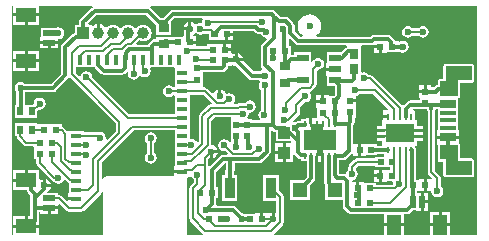
<source format=gtl>
G04*
G04 #@! TF.GenerationSoftware,Altium Limited,Altium Designer,19.0.12 (326)*
G04*
G04 Layer_Physical_Order=1*
G04 Layer_Color=255*
%FSLAX44Y44*%
%MOMM*%
G71*
G01*
G75*
%ADD11C,0.2540*%
%ADD12C,0.2000*%
%ADD16R,0.9000X1.8000*%
%ADD17R,0.6000X0.5000*%
%ADD18R,0.5000X0.6000*%
%ADD19R,0.9000X0.8000*%
%ADD20R,2.7000X1.7000*%
%ADD21R,0.2500X0.5500*%
%ADD22R,0.5000X0.7500*%
%ADD23R,0.6500X0.6500*%
%ADD24R,1.3500X0.4000*%
%ADD25R,1.3500X0.6500*%
%ADD26R,1.2000X1.7000*%
%ADD27R,0.5000X1.0000*%
%ADD28R,1.0000X0.2500*%
%ADD29R,2.4000X1.6500*%
%ADD30R,0.2500X0.6000*%
%ADD31R,0.7000X0.9000*%
%ADD32R,1.0000X0.6000*%
%ADD33R,0.4100X0.9100*%
%ADD34R,0.9100X0.4100*%
%ADD35R,1.0000X1.1000*%
%ADD36R,1.3000X1.3000*%
%ADD37R,1.0000X0.5000*%
%ADD38R,1.7000X1.2000*%
%ADD64C,0.3000*%
%ADD65R,0.5000X0.9793*%
%ADD66R,1.0790X1.0299*%
%ADD67C,0.6000*%
%ADD68C,1.0000*%
%ADD69R,1.0000X1.0000*%
G36*
X71560Y195926D02*
X71017Y195563D01*
X60977Y185523D01*
X60203Y184366D01*
X59931Y183000D01*
Y181000D01*
X56500D01*
Y173977D01*
X55594Y173797D01*
X54436Y173023D01*
X45737Y164323D01*
X44963Y163166D01*
X44691Y161800D01*
Y139633D01*
X36297Y131239D01*
X14070D01*
X14046Y131275D01*
X12392Y132380D01*
X10441Y132768D01*
X8490Y132380D01*
X6837Y131275D01*
X5731Y129621D01*
X5343Y127670D01*
X5731Y125719D01*
X6837Y124065D01*
X6873Y124041D01*
Y113500D01*
X5500D01*
Y102000D01*
X14230D01*
X14500Y102000D01*
X15500D01*
X15770Y102000D01*
X24500D01*
Y108004D01*
X25826Y109330D01*
X26470Y109202D01*
X28421Y109590D01*
X30075Y110695D01*
X31180Y112349D01*
X31568Y114300D01*
X31180Y116251D01*
X30075Y117905D01*
X28421Y119010D01*
X26470Y119398D01*
X24519Y119010D01*
X22865Y117905D01*
X21760Y116251D01*
X21372Y114300D01*
X20236Y113500D01*
X15770D01*
X15500Y113500D01*
X14500D01*
X14010Y113990D01*
Y124041D01*
X14046Y124065D01*
X14070Y124101D01*
X37775D01*
X39141Y124373D01*
X40298Y125147D01*
X50783Y135632D01*
X50986Y135935D01*
X52616Y136098D01*
X90921Y97793D01*
Y90534D01*
X83670Y83282D01*
X83425Y83327D01*
X82436Y84779D01*
X82568Y85440D01*
X82180Y87391D01*
X81075Y89045D01*
X79421Y90150D01*
X77470Y90538D01*
X75519Y90150D01*
X75383Y90059D01*
X64150D01*
Y91050D01*
X54346D01*
X54050Y91109D01*
X53754Y91050D01*
X51050D01*
X51050Y91050D01*
Y91050D01*
X51050Y91050D01*
X49869Y91266D01*
X47173Y93963D01*
X46181Y94626D01*
X45360Y94789D01*
Y96750D01*
X36630D01*
X35360Y96750D01*
X34090Y96750D01*
X25360D01*
X24500Y97664D01*
Y98000D01*
X15770D01*
X15500Y98000D01*
X14500D01*
X14230Y98000D01*
X5500D01*
Y86500D01*
X6945D01*
X7174Y85350D01*
X7837Y84357D01*
X13077Y79117D01*
X13077Y79117D01*
X14070Y78454D01*
X15240Y78221D01*
X15240Y78221D01*
X20772D01*
X21670Y77323D01*
Y76780D01*
X21670Y75510D01*
Y67300D01*
X23611D01*
Y63860D01*
X23611Y63860D01*
X23844Y62690D01*
X24507Y61697D01*
X36867Y49337D01*
X37860Y48674D01*
X38166Y48613D01*
X38645Y47895D01*
X40299Y46790D01*
X42250Y46402D01*
X44201Y46790D01*
X45855Y47895D01*
X46802Y49312D01*
X48190Y49719D01*
X50122Y47787D01*
X51050Y47167D01*
Y38290D01*
X50510D01*
Y34970D01*
X57600D01*
Y32430D01*
X50510D01*
Y32225D01*
X49337Y31739D01*
X44913Y36163D01*
X43921Y36826D01*
X42750Y37059D01*
X41750Y37802D01*
Y38500D01*
X33568D01*
X32889Y39770D01*
X33199Y40234D01*
X34474Y41086D01*
X35699Y42918D01*
X35876Y43810D01*
X30480D01*
Y45080D01*
X29210D01*
Y50476D01*
X28318Y50299D01*
X27560Y49792D01*
X26290Y50471D01*
Y58040D01*
X16520D01*
Y49500D01*
X15250D01*
Y48230D01*
X4210D01*
Y40960D01*
X15549D01*
X15753Y39934D01*
X16527Y38777D01*
X18681Y36622D01*
Y27080D01*
Y19040D01*
X16520D01*
Y11770D01*
X26290D01*
Y19040D01*
X25819D01*
Y22431D01*
X27210D01*
Y20960D01*
X33480D01*
Y26000D01*
X34750D01*
Y27270D01*
X42290D01*
Y28475D01*
X43463Y28961D01*
X48787Y23637D01*
X48787Y23637D01*
X49780Y22974D01*
X50950Y22741D01*
X50950Y22741D01*
X61690D01*
X61690Y22741D01*
X62861Y22974D01*
X63853Y23637D01*
X78203Y37987D01*
X78203Y37987D01*
X78866Y38979D01*
X79026Y39785D01*
X80296Y39659D01*
Y2804D01*
X26290D01*
Y9230D01*
X15250D01*
X4210D01*
Y2804D01*
X2804D01*
Y197196D01*
X4210D01*
Y190770D01*
X15250D01*
X26290D01*
Y197196D01*
X71174D01*
X71560Y195926D01*
D02*
G37*
G36*
X125129Y181084D02*
Y172450D01*
X138129D01*
Y183842D01*
X140653Y186367D01*
X163879D01*
X164478Y185247D01*
X164180Y184801D01*
X163792Y182850D01*
X163628Y182686D01*
X162560Y182898D01*
X160609Y182510D01*
X159381Y181690D01*
X157794Y181779D01*
X157784Y181794D01*
X155952Y183019D01*
X155060Y183196D01*
Y177800D01*
X153790D01*
Y176530D01*
X148394D01*
X148571Y175638D01*
X148831Y175249D01*
Y171410D01*
X148050D01*
Y170870D01*
X138590D01*
Y170870D01*
X138129Y170450D01*
X134725D01*
X134129Y170569D01*
X132259D01*
X131663Y170450D01*
X125129D01*
Y168568D01*
X123300D01*
X121934Y168297D01*
X120777Y167523D01*
X118977Y165723D01*
X118203Y164566D01*
X118104Y164069D01*
X108967D01*
X108481Y165242D01*
X111021Y167782D01*
X112473Y167180D01*
X114300Y166940D01*
X116127Y167180D01*
X117830Y167885D01*
X119292Y169007D01*
X120414Y170470D01*
X121120Y172173D01*
X121360Y174000D01*
X121120Y175827D01*
X120414Y177530D01*
X119292Y178992D01*
X117830Y180114D01*
X116127Y180820D01*
X114300Y181060D01*
X112473Y180820D01*
X110770Y180114D01*
X109308Y178992D01*
X108737Y178249D01*
X107163D01*
X106592Y178992D01*
X105130Y180114D01*
X103427Y180820D01*
X101600Y181060D01*
X99773Y180820D01*
X98070Y180114D01*
X96608Y178992D01*
X96037Y178249D01*
X94463D01*
X93892Y178992D01*
X92430Y180114D01*
X90727Y180820D01*
X88900Y181060D01*
X87073Y180820D01*
X85370Y180114D01*
X83908Y178992D01*
X83691Y178710D01*
X82090D01*
X81578Y179377D01*
X80002Y180586D01*
X78168Y181346D01*
X77470Y181438D01*
Y174000D01*
X74930D01*
Y181438D01*
X74232Y181346D01*
X72397Y180586D01*
X71770Y180105D01*
X70500Y180731D01*
Y181000D01*
X68343D01*
X67817Y182270D01*
X75018Y189471D01*
X116742D01*
X125129Y181084D01*
D02*
G37*
G36*
X209269Y174412D02*
X210427Y173638D01*
X211792Y173367D01*
X213719D01*
X213730Y173309D01*
X214835Y171655D01*
X216489Y170550D01*
X218238Y170202D01*
X218887Y169055D01*
X214791Y164959D01*
X214018Y163801D01*
X213746Y162436D01*
Y146970D01*
X214018Y145604D01*
X214791Y144446D01*
X214919Y144319D01*
X214584Y142857D01*
X213176Y141916D01*
X212892Y141491D01*
X207656D01*
X198747Y150400D01*
X193100D01*
Y151670D01*
X191830D01*
Y157066D01*
X190938Y156889D01*
X189910Y156201D01*
X188640Y156880D01*
Y158750D01*
X183100D01*
Y160020D01*
X181830D01*
Y165060D01*
X177560D01*
Y164520D01*
X168100D01*
Y163079D01*
X159130D01*
Y165100D01*
X153590D01*
Y167640D01*
X159130D01*
Y171410D01*
X156957D01*
X156762Y171616D01*
X156932Y173236D01*
X157784Y173806D01*
X157794Y173821D01*
X159381Y173910D01*
X160609Y173090D01*
X162560Y172702D01*
X164511Y173090D01*
X165256Y173588D01*
X169741D01*
Y171450D01*
X169960Y170350D01*
Y168420D01*
X172655D01*
X172800Y168391D01*
X172945Y168420D01*
X179420D01*
Y167880D01*
X183690D01*
Y172920D01*
X184960D01*
Y174190D01*
X190500D01*
Y175367D01*
X208314D01*
X209269Y174412D01*
D02*
G37*
G36*
X397196Y2804D02*
X374290D01*
Y10260D01*
X357210D01*
Y2804D01*
X335290D01*
Y10260D01*
X318210D01*
Y2804D01*
X225039D01*
X224653Y4074D01*
X224823Y4187D01*
X232251Y11615D01*
X232251Y11615D01*
X232914Y12607D01*
X233147Y13778D01*
X233147Y13778D01*
Y35342D01*
X233147Y35342D01*
X232914Y36513D01*
X232251Y37505D01*
X232251Y37505D01*
X228750Y41006D01*
Y54180D01*
X215750D01*
Y32180D01*
X227029D01*
Y22509D01*
X225759Y21716D01*
X225358Y21796D01*
Y16400D01*
X222818D01*
Y21796D01*
X221926Y21618D01*
X221360Y21240D01*
X220090Y21440D01*
Y21440D01*
X220090Y21440D01*
X215820D01*
Y16400D01*
X213280D01*
Y21440D01*
X209010D01*
Y20900D01*
X200550D01*
X200071Y21220D01*
X198120Y21608D01*
X198077Y21599D01*
X192823Y26853D01*
X191666Y27627D01*
X190300Y27899D01*
X176929D01*
X175886Y29169D01*
X175919Y29330D01*
Y34500D01*
X177260D01*
Y43500D01*
X175829D01*
Y56512D01*
X183048Y63731D01*
X184391D01*
Y60850D01*
X184419Y60712D01*
Y59663D01*
X183953Y58966D01*
X183681Y57600D01*
Y54180D01*
X180750D01*
Y32180D01*
X193750D01*
Y54180D01*
X190819D01*
Y56275D01*
X191284Y56972D01*
X191556Y58337D01*
Y60823D01*
X191529Y60960D01*
Y63731D01*
X212416D01*
X213782Y64003D01*
X214940Y64777D01*
X221113Y70950D01*
X221887Y72108D01*
X222159Y73474D01*
Y91063D01*
X223332Y91549D01*
X223815Y91067D01*
X224972Y90293D01*
X226338Y90021D01*
X226680D01*
Y82280D01*
X239107D01*
X239234Y82090D01*
X238556Y80820D01*
X234950D01*
Y72780D01*
Y64740D01*
X241220D01*
Y70436D01*
X242490Y70821D01*
X242587Y70677D01*
X245015Y68248D01*
X246173Y67475D01*
X247538Y67203D01*
X247940D01*
Y65309D01*
X252621D01*
Y52538D01*
X250083Y49999D01*
X238129D01*
Y32999D01*
X255129D01*
Y44953D01*
X258713Y48537D01*
X259487Y49694D01*
X259759Y51060D01*
Y64769D01*
X259920D01*
Y70059D01*
X262460D01*
Y64769D01*
X264920D01*
Y70059D01*
X267460D01*
Y64769D01*
X267621D01*
Y46920D01*
X267893Y45554D01*
X268111Y45229D01*
Y32999D01*
X283372D01*
Y27560D01*
X283644Y26194D01*
X284418Y25036D01*
X287847Y21607D01*
X289005Y20833D01*
X290371Y20561D01*
X318210D01*
Y12800D01*
X335290D01*
Y20561D01*
X337910D01*
X339276Y20833D01*
X340433Y21607D01*
X342857Y24030D01*
X345210D01*
Y23490D01*
X348980D01*
Y31030D01*
Y38570D01*
X346184D01*
Y39927D01*
X347440Y39959D01*
Y39959D01*
X351710D01*
Y44999D01*
Y50039D01*
X347440D01*
Y49499D01*
X345129D01*
Y75050D01*
X344857Y76416D01*
X344560Y76860D01*
Y78510D01*
X345850D01*
Y83010D01*
X350850D01*
Y85530D01*
X343310D01*
Y88070D01*
X350850D01*
Y90530D01*
X343310D01*
Y93070D01*
X350850D01*
Y95590D01*
X345850D01*
Y100090D01*
X344560D01*
Y108300D01*
X343062D01*
X342383Y109570D01*
X342552Y109821D01*
X348560D01*
Y109380D01*
X354600D01*
X354843Y108160D01*
X355081Y107803D01*
Y56140D01*
X355081Y56140D01*
X355314Y54970D01*
X355977Y53977D01*
X358733Y51221D01*
X358119Y50039D01*
X354250D01*
Y44999D01*
Y39959D01*
X358130D01*
X358510Y38049D01*
X359615Y36395D01*
X361269Y35290D01*
X363220Y34901D01*
X365171Y35290D01*
X366825Y36395D01*
X367930Y38049D01*
X368318Y39999D01*
X367930Y41950D01*
X366825Y43604D01*
X366279Y43969D01*
Y51060D01*
X366279Y51060D01*
X366046Y52231D01*
X365383Y53223D01*
X365383Y53223D01*
X361199Y57407D01*
Y107803D01*
X361437Y108160D01*
X361709Y109525D01*
Y109821D01*
X363360D01*
Y102500D01*
Y91540D01*
X362820D01*
Y87020D01*
X372110D01*
X381400D01*
Y91540D01*
X380860D01*
Y102500D01*
Y109000D01*
Y118991D01*
X381490Y119116D01*
X382152Y119558D01*
X382594Y120220D01*
X382749Y121000D01*
Y132061D01*
X392210D01*
X392990Y132216D01*
X393652Y132658D01*
X394094Y133320D01*
X394249Y134100D01*
Y146100D01*
X394094Y146880D01*
X393652Y147542D01*
X392990Y147984D01*
X392210Y148139D01*
X370410D01*
X369630Y147984D01*
X368968Y147542D01*
X368526Y146880D01*
X368371Y146100D01*
Y135039D01*
X365410D01*
X364630Y134884D01*
X363968Y134442D01*
X363526Y133780D01*
X363371Y133000D01*
Y129838D01*
X362659Y129697D01*
X361501Y128923D01*
X360527Y127949D01*
X358100D01*
Y129920D01*
X354330D01*
Y124380D01*
X353060D01*
Y123110D01*
X348020D01*
Y118840D01*
X348560D01*
Y116959D01*
X340191D01*
X338826Y116687D01*
X337668Y115913D01*
X334635Y112880D01*
X333025Y113067D01*
X308258Y137833D01*
X307266Y138496D01*
X306096Y138729D01*
X306096Y138729D01*
X304960D01*
X304595Y139275D01*
X302941Y140380D01*
X300990Y140768D01*
X299830Y140537D01*
X298560Y141471D01*
Y148590D01*
X298560Y149860D01*
X298560D01*
Y149860D01*
X298560D01*
Y162860D01*
X299353Y163801D01*
X307570D01*
X308230Y163933D01*
X308552Y163706D01*
X315040D01*
Y162436D01*
X316310D01*
Y157396D01*
X320580D01*
Y157936D01*
X330040D01*
Y157936D01*
X331310Y158173D01*
X331979Y157726D01*
X333930Y157338D01*
X335881Y157726D01*
X337535Y158831D01*
X338640Y160485D01*
X339028Y162436D01*
X338640Y164387D01*
X337535Y166041D01*
X335881Y167146D01*
X333930Y167534D01*
X331979Y167146D01*
X331310Y166699D01*
X330040Y166936D01*
Y166936D01*
X327372D01*
X327147Y168066D01*
X326373Y169223D01*
X323873Y171723D01*
X322716Y172497D01*
X321350Y172768D01*
X309400D01*
X308035Y172497D01*
X306877Y171723D01*
X306092Y170938D01*
X261293D01*
X260862Y172208D01*
X261954Y173046D01*
X263517Y175083D01*
X264499Y177455D01*
X264834Y180000D01*
X264499Y182545D01*
X263517Y184917D01*
X261954Y186954D01*
X259917Y188517D01*
X257545Y189499D01*
X255000Y189834D01*
X252455Y189499D01*
X250083Y188517D01*
X248046Y186954D01*
X246483Y184917D01*
X245501Y182545D01*
X245166Y180000D01*
X245501Y177455D01*
X246483Y175083D01*
X248046Y173046D01*
X249138Y172208D01*
X248707Y170938D01*
X247008D01*
X242357Y175590D01*
Y180128D01*
X242085Y181493D01*
X241311Y182651D01*
X237504Y186459D01*
X236346Y187232D01*
X234980Y187504D01*
X230443D01*
X225488Y192459D01*
X224330Y193232D01*
X222965Y193504D01*
X139175D01*
X137810Y193232D01*
X136652Y192459D01*
X131262Y187069D01*
X129238D01*
X120743Y195563D01*
X120200Y195926D01*
X120586Y197196D01*
X397196D01*
Y2804D01*
D02*
G37*
G36*
X243007Y164847D02*
X244164Y164073D01*
X245530Y163801D01*
X286233D01*
X287133Y162683D01*
X286940Y161859D01*
X286374Y161747D01*
X285217Y160973D01*
X282253Y158010D01*
X269640D01*
Y149050D01*
X269100D01*
Y144780D01*
X276640D01*
Y142240D01*
X269100D01*
Y137970D01*
X269640D01*
Y129010D01*
X276555D01*
X276621Y128943D01*
Y121858D01*
X275643Y120880D01*
X271730D01*
Y121420D01*
X267460D01*
Y116380D01*
X266190D01*
Y115110D01*
X260650D01*
Y111340D01*
X260650D01*
X261190Y110499D01*
Y101949D01*
X257460D01*
Y96659D01*
X254920D01*
Y101949D01*
X252400D01*
Y101409D01*
X247940D01*
Y99406D01*
X245449D01*
X244083Y99134D01*
X243221Y98558D01*
X242570Y98688D01*
X241373Y98450D01*
X240747Y99620D01*
X246003Y104876D01*
X246666Y105868D01*
X246899Y107039D01*
X246899Y107039D01*
Y111763D01*
X250816Y115680D01*
X251460Y115552D01*
X253411Y115940D01*
X255065Y117045D01*
X256170Y118699D01*
X256558Y120650D01*
X256170Y122601D01*
X255644Y123387D01*
X256146Y124764D01*
X256212Y124823D01*
X257145Y125447D01*
X260053Y128354D01*
X260053Y128355D01*
X260716Y129347D01*
X260949Y130517D01*
Y142018D01*
X262010Y142938D01*
X262190Y142902D01*
X264141Y143290D01*
X265795Y144395D01*
X266900Y146049D01*
X267288Y148000D01*
X266900Y149951D01*
X265795Y151605D01*
X264141Y152710D01*
X262190Y153098D01*
X260239Y152710D01*
X258585Y151605D01*
X257480Y149951D01*
X257410Y149598D01*
X256140Y149723D01*
Y158010D01*
X242140D01*
Y155199D01*
X239559D01*
X239288Y155421D01*
Y163459D01*
X237256D01*
Y168937D01*
X238430Y169424D01*
X243007Y164847D01*
D02*
G37*
G36*
X140850Y144450D02*
Y136350D01*
Y128743D01*
X139580Y128357D01*
X139495Y128485D01*
X137841Y129590D01*
X135890Y129978D01*
X133939Y129590D01*
X132285Y128485D01*
X131180Y126831D01*
X130792Y124880D01*
X131180Y122929D01*
X132285Y121275D01*
X133939Y120170D01*
X135890Y119782D01*
X137841Y120170D01*
X139495Y121275D01*
X139580Y121403D01*
X140850Y121050D01*
Y113450D01*
Y105089D01*
X102277D01*
X71065Y136301D01*
X71138Y136670D01*
X70750Y138621D01*
X69645Y140275D01*
X67991Y141380D01*
X66040Y141768D01*
X64089Y141380D01*
X62435Y140275D01*
X61330Y138621D01*
X61199Y137963D01*
X59821Y137545D01*
X57109Y140257D01*
Y144850D01*
X73241D01*
X73277Y144797D01*
X78357Y139717D01*
X79514Y138943D01*
X80880Y138671D01*
X96250D01*
X97616Y138943D01*
X98774Y139717D01*
X100290Y141233D01*
X101460Y140607D01*
X101242Y139509D01*
X101630Y137559D01*
X102735Y135905D01*
X104389Y134800D01*
X106340Y134411D01*
X108291Y134800D01*
X109945Y135905D01*
X110862Y137277D01*
X111213Y137574D01*
X112369Y137682D01*
X113449Y136960D01*
X115400Y136572D01*
X117351Y136960D01*
X119005Y138065D01*
X120110Y139719D01*
X120498Y141670D01*
X120118Y143580D01*
X120087Y143807D01*
X120783Y144850D01*
X139746D01*
X140850Y144450D01*
D02*
G37*
G36*
X392210Y134100D02*
X380710D01*
Y121000D01*
X365410D01*
Y133000D01*
X370410D01*
Y146100D01*
X392210D01*
Y134100D01*
D02*
G37*
G36*
X172027Y114882D02*
X171541Y113709D01*
X171411D01*
X171411Y113709D01*
X170241Y113476D01*
X169248Y112813D01*
X162097Y105662D01*
X161434Y104669D01*
X161201Y103499D01*
X161201Y103499D01*
Y82431D01*
X160604Y81969D01*
X159051Y82247D01*
X158545Y83005D01*
X156891Y84110D01*
X154940Y84498D01*
X154932Y84496D01*
X153950Y85302D01*
Y90650D01*
Y98250D01*
Y105850D01*
Y113450D01*
Y121821D01*
X165088D01*
X172027Y114882D01*
D02*
G37*
G36*
X190938Y146451D02*
X193015Y146038D01*
X203655Y135399D01*
X204812Y134625D01*
X206178Y134353D01*
X212076D01*
X213121Y133178D01*
X213069Y132472D01*
X212460Y131560D01*
X212072Y129609D01*
X212460Y127659D01*
X213565Y126005D01*
X214111Y125640D01*
Y108849D01*
X212995Y108104D01*
X211890Y106450D01*
X211502Y104499D01*
X211890Y102548D01*
X212738Y101279D01*
X212208Y100009D01*
X206350D01*
Y101440D01*
X202978D01*
X202299Y102710D01*
X203013Y103778D01*
X203401Y105729D01*
X203379Y105842D01*
X204153Y106617D01*
X204501Y106708D01*
X206421Y107090D01*
X208075Y108195D01*
X209180Y109849D01*
X209568Y111800D01*
X209180Y113751D01*
X208075Y115405D01*
X206421Y116510D01*
X204470Y116898D01*
X202519Y116510D01*
X200865Y115405D01*
X200500Y114859D01*
X195889D01*
X195889Y114859D01*
X194718Y114626D01*
X193726Y113963D01*
X193472Y113709D01*
X191625D01*
X191021Y114979D01*
X191810Y116159D01*
X192198Y118110D01*
X191810Y120061D01*
X190705Y121715D01*
X189051Y122820D01*
X187100Y123208D01*
X185149Y122820D01*
X183845Y123476D01*
X183064Y124644D01*
X181232Y125869D01*
X180340Y126046D01*
Y120650D01*
X177800D01*
Y126046D01*
X176908Y125869D01*
X175076Y124644D01*
X174129Y123227D01*
X172671Y122890D01*
X168518Y127043D01*
X167525Y127706D01*
X166355Y127939D01*
X166355Y127939D01*
X164800D01*
X164560Y129109D01*
X164560D01*
Y138569D01*
X165100D01*
Y140741D01*
X181203D01*
X182568Y141012D01*
X183726Y141786D01*
X185174Y143234D01*
X185947Y144392D01*
X186219Y145757D01*
Y145960D01*
X188640D01*
Y146460D01*
X189910Y147139D01*
X190938Y146451D01*
D02*
G37*
G36*
X188540Y101440D02*
X188540D01*
Y91440D01*
X188540D01*
Y91440D01*
X188540D01*
Y81935D01*
X187270Y81549D01*
X186565Y82605D01*
X184911Y83710D01*
X182960Y84098D01*
X181009Y83710D01*
X179355Y82605D01*
X178250Y80951D01*
X177862Y79000D01*
X178250Y77049D01*
X179355Y75395D01*
X181009Y74290D01*
X182960Y73902D01*
X183604Y74030D01*
X185592Y72042D01*
X185106Y70869D01*
X181570D01*
X180204Y70597D01*
X179047Y69823D01*
X170459Y61235D01*
X169189Y61761D01*
Y67349D01*
X170174Y68335D01*
X170530Y68264D01*
Y73660D01*
X171800D01*
Y74930D01*
X177196D01*
X177019Y75822D01*
X175794Y77654D01*
X173962Y78879D01*
X171859Y79297D01*
Y99692D01*
X174837Y102670D01*
X188444D01*
X188540Y101440D01*
D02*
G37*
G36*
X321718Y110013D02*
X321232Y108840D01*
X317520D01*
Y104570D01*
X321310D01*
Y102030D01*
X317520D01*
Y100090D01*
X316770D01*
Y95590D01*
X311770D01*
Y93070D01*
X319310D01*
Y90530D01*
X311770D01*
Y88070D01*
X319310D01*
Y85530D01*
X311770D01*
Y83010D01*
X316770D01*
Y78699D01*
X312441D01*
Y79800D01*
X302981D01*
Y80340D01*
X298711D01*
Y75300D01*
Y70260D01*
X302981D01*
Y70800D01*
X312441D01*
Y71562D01*
X318060D01*
Y70300D01*
X317481Y69270D01*
X310210D01*
Y67829D01*
X295052D01*
X295052Y67829D01*
X293881Y67596D01*
X292889Y66933D01*
X288667Y62711D01*
X288004Y61719D01*
X287771Y60548D01*
X287771Y60548D01*
Y58580D01*
X287225Y58215D01*
X286120Y56561D01*
X285950Y55707D01*
X284894Y55002D01*
X284560Y55068D01*
X279999D01*
X279968Y55099D01*
Y66281D01*
X283564D01*
X284929Y66553D01*
X286087Y67327D01*
X290631Y71871D01*
X290946Y71845D01*
X291901Y71449D01*
Y70260D01*
X296171D01*
Y75300D01*
Y80340D01*
X291901D01*
X291750Y81547D01*
Y95520D01*
X292083Y95854D01*
X292857Y97011D01*
X293129Y98377D01*
Y101760D01*
X294060D01*
Y111220D01*
X294600D01*
Y115490D01*
X289560D01*
Y118030D01*
X294600D01*
Y120877D01*
X295321Y121020D01*
X296975Y122125D01*
X297340Y122671D01*
X309060D01*
X321718Y110013D01*
D02*
G37*
G36*
X310210Y60270D02*
X318940D01*
X320210Y60270D01*
Y60270D01*
X320210D01*
Y60270D01*
X323082D01*
Y57840D01*
X320580D01*
Y58380D01*
X316310D01*
Y53340D01*
Y48300D01*
X320580D01*
Y48840D01*
X325106D01*
X326091Y47570D01*
X325882Y46520D01*
X324779Y45558D01*
X310990D01*
Y46999D01*
X301530D01*
Y47539D01*
X297260D01*
Y42499D01*
X294720D01*
Y47539D01*
X291420D01*
X291091Y48080D01*
X291539Y49611D01*
X291692Y49683D01*
X292781Y49900D01*
X294435Y51005D01*
X295540Y52659D01*
X295928Y54610D01*
X295540Y56561D01*
X294435Y58215D01*
X294414Y58229D01*
X294302Y59694D01*
X296319Y61711D01*
X310210D01*
Y60270D01*
D02*
G37*
G36*
X140850Y82950D02*
Y75350D01*
Y67750D01*
Y61190D01*
X140310D01*
Y57870D01*
X147400D01*
Y55330D01*
X140310D01*
Y52604D01*
X83100D01*
X82027Y52390D01*
X81117Y51783D01*
X80510Y50873D01*
X80369Y50165D01*
X79099Y50290D01*
Y64403D01*
X106337Y91641D01*
X140850D01*
Y82950D01*
D02*
G37*
G36*
X154490Y52010D02*
X155674Y51801D01*
X156525Y50526D01*
X157071Y50161D01*
Y47880D01*
X154097Y44906D01*
X153434Y43913D01*
X153201Y42743D01*
X153201Y42743D01*
Y17000D01*
X153201Y17000D01*
X153434Y15829D01*
X154097Y14837D01*
X164747Y4187D01*
X164747Y4187D01*
X164917Y4074D01*
X164531Y2804D01*
X151534D01*
Y49800D01*
X151347Y50740D01*
X151401Y50992D01*
X152088Y52010D01*
X154490D01*
X154490Y52010D01*
D02*
G37*
%LPC*%
G36*
X26290Y188230D02*
X16520D01*
Y180960D01*
X26290D01*
Y188230D01*
D02*
G37*
G36*
X13980D02*
X4210D01*
Y180960D01*
X13980D01*
Y188230D01*
D02*
G37*
G36*
X42250Y179088D02*
X40299Y178700D01*
X40000Y178500D01*
X27750D01*
Y171040D01*
X27210D01*
Y167270D01*
X34750D01*
X42290D01*
Y168900D01*
X44201Y169280D01*
X45855Y170385D01*
X46960Y172039D01*
X47348Y173990D01*
X46960Y175941D01*
X45855Y177595D01*
X44201Y178700D01*
X42250Y179088D01*
D02*
G37*
G36*
X42290Y164730D02*
X36020D01*
Y160960D01*
X42290D01*
Y164730D01*
D02*
G37*
G36*
X33480D02*
X27210D01*
Y160960D01*
X33480D01*
Y164730D01*
D02*
G37*
G36*
X26290Y159040D02*
X16520D01*
Y151770D01*
X26290D01*
Y159040D01*
D02*
G37*
G36*
X13980D02*
X4210D01*
Y151770D01*
X13980D01*
Y159040D01*
D02*
G37*
G36*
X26290Y149230D02*
X16520D01*
Y141960D01*
X26290D01*
Y149230D01*
D02*
G37*
G36*
X13980D02*
X4210D01*
Y141960D01*
X13980D01*
Y149230D01*
D02*
G37*
G36*
X13980Y58040D02*
X4210D01*
Y50770D01*
X13980D01*
Y58040D01*
D02*
G37*
G36*
X31750Y50476D02*
Y46350D01*
X35876D01*
X35699Y47242D01*
X34474Y49074D01*
X32642Y50299D01*
X31750Y50476D01*
D02*
G37*
G36*
X42290Y24730D02*
X36020D01*
Y20960D01*
X42290D01*
Y24730D01*
D02*
G37*
G36*
X13980Y19040D02*
X4210D01*
Y11770D01*
X13980D01*
Y19040D01*
D02*
G37*
G36*
X152520Y183196D02*
X151628Y183019D01*
X149796Y181794D01*
X148571Y179962D01*
X148394Y179070D01*
X152520D01*
Y183196D01*
D02*
G37*
G36*
X190500Y171650D02*
X186230D01*
Y167880D01*
X190500D01*
Y171650D01*
D02*
G37*
G36*
X188640Y165060D02*
X184370D01*
Y161290D01*
X188640D01*
Y165060D01*
D02*
G37*
G36*
X194370Y157066D02*
Y152940D01*
X198496D01*
X198319Y153832D01*
X197094Y155664D01*
X195262Y156889D01*
X194370Y157066D01*
D02*
G37*
G36*
X350980Y180048D02*
X349029Y179660D01*
X347375Y178555D01*
X347010Y178009D01*
X342373D01*
X342008Y178555D01*
X340354Y179660D01*
X338403Y180048D01*
X336452Y179660D01*
X334798Y178555D01*
X333693Y176901D01*
X333305Y174950D01*
X333693Y172999D01*
X334798Y171345D01*
X336452Y170240D01*
X338403Y169852D01*
X340354Y170240D01*
X342008Y171345D01*
X342373Y171891D01*
X347010D01*
X347375Y171345D01*
X349029Y170240D01*
X350980Y169852D01*
X352931Y170240D01*
X354585Y171345D01*
X355690Y172999D01*
X356078Y174950D01*
X355690Y176901D01*
X354585Y178555D01*
X352931Y179660D01*
X350980Y180048D01*
D02*
G37*
G36*
X313770Y161166D02*
X309500D01*
Y157396D01*
X313770D01*
Y161166D01*
D02*
G37*
G36*
X351790Y129920D02*
X348020D01*
Y125650D01*
X351790D01*
Y129920D01*
D02*
G37*
G36*
X381400Y84480D02*
X372110D01*
X362820D01*
Y79960D01*
X362820D01*
X363371Y78918D01*
Y67000D01*
X363526Y66220D01*
X363968Y65558D01*
X364630Y65116D01*
X365410Y64961D01*
X368371D01*
Y53900D01*
X368526Y53120D01*
X368968Y52458D01*
X369630Y52016D01*
X370410Y51861D01*
X392210Y51861D01*
X392990Y52016D01*
X393652Y52458D01*
X394094Y53120D01*
X394249Y53900D01*
Y65900D01*
X394094Y66680D01*
X393652Y67342D01*
X392990Y67784D01*
X392210Y67939D01*
X382749Y67939D01*
Y79000D01*
X382594Y79780D01*
X382152Y80442D01*
X381490Y80884D01*
X381400Y80902D01*
Y84480D01*
D02*
G37*
G36*
X232410Y80820D02*
X226140D01*
Y74050D01*
X232410D01*
Y80820D01*
D02*
G37*
G36*
Y71510D02*
X226140D01*
Y64740D01*
X232410D01*
Y71510D01*
D02*
G37*
G36*
X355290Y38570D02*
X351520D01*
Y32300D01*
X355290D01*
Y38570D01*
D02*
G37*
G36*
Y29760D02*
X351520D01*
Y23490D01*
X355290D01*
Y29760D01*
D02*
G37*
G36*
X374290Y22570D02*
X367020D01*
Y12800D01*
X374290D01*
Y22570D01*
D02*
G37*
G36*
X364480D02*
X357210D01*
Y12800D01*
X364480D01*
Y22570D01*
D02*
G37*
%LPD*%
G36*
X380710Y65900D02*
X392210Y65900D01*
Y53900D01*
X370410Y53900D01*
Y67000D01*
X365410D01*
Y79000D01*
X380710D01*
Y65900D01*
D02*
G37*
%LPC*%
G36*
X264920Y121420D02*
X260650D01*
Y117650D01*
X264920D01*
Y121420D01*
D02*
G37*
G36*
X177196Y72390D02*
X173070D01*
Y68264D01*
X173962Y68441D01*
X175794Y69666D01*
X177019Y71498D01*
X177196Y72390D01*
D02*
G37*
G36*
X313770Y58380D02*
X309500D01*
Y54610D01*
X313770D01*
Y58380D01*
D02*
G37*
G36*
Y52070D02*
X309500D01*
Y48300D01*
X313770D01*
Y52070D01*
D02*
G37*
G36*
X120650Y89878D02*
X118699Y89490D01*
X117045Y88385D01*
X115940Y86731D01*
X115552Y84780D01*
X115940Y82829D01*
X117045Y81175D01*
X117591Y80810D01*
Y72550D01*
X117045Y72185D01*
X115940Y70531D01*
X115552Y68580D01*
X115940Y66629D01*
X117045Y64975D01*
X118699Y63870D01*
X120650Y63482D01*
X122601Y63870D01*
X124255Y64975D01*
X125360Y66629D01*
X125748Y68580D01*
X125360Y70531D01*
X124255Y72185D01*
X123709Y72550D01*
Y80810D01*
X124255Y81175D01*
X125360Y82829D01*
X125748Y84780D01*
X125360Y86731D01*
X124255Y88385D01*
X122601Y89490D01*
X120650Y89878D01*
D02*
G37*
%LPD*%
D11*
X371250Y113390D02*
X372110Y114250D01*
D12*
X172800Y171450D02*
Y176647D01*
X162560D02*
X172800D01*
X158692Y151000D02*
X172100D01*
X157292Y152400D02*
X158692Y151000D01*
X162560Y177800D02*
X162560D01*
Y176647D02*
Y177800D01*
X162560D02*
X162560Y177800D01*
X168890Y182850D02*
X169475Y183435D01*
X214485D01*
X234770Y114760D02*
X247619Y127609D01*
X234770Y109242D02*
Y114760D01*
X234288Y108760D02*
X234770Y109242D01*
X214050Y16400D02*
X224088D01*
X165890Y16400D02*
X171570D01*
Y13710D02*
Y16400D01*
X257890Y143700D02*
X262190Y148000D01*
X254982Y127609D02*
X257890Y130517D01*
Y143700D01*
X243840Y113030D02*
X251460Y120650D01*
X243840Y107039D02*
Y113030D01*
X237131Y100330D02*
X243840Y107039D01*
X233680Y100330D02*
X237131D01*
X247619Y127609D02*
X254982D01*
X230088Y13778D02*
Y35342D01*
X222660Y6350D02*
X230088Y13778D01*
X166910Y6350D02*
X222660D01*
X218109Y10421D02*
X224088Y16400D01*
X174859Y10421D02*
X218109D01*
X214050Y16400D02*
X214050Y16400D01*
X222250Y43180D02*
X230088Y35342D01*
X185365Y16455D02*
X185420Y16510D01*
X160940Y21350D02*
Y37680D01*
X171570Y13710D02*
X174859Y10421D01*
X156260Y17000D02*
X166910Y6350D01*
X156260Y17000D02*
Y42743D01*
X160130Y46613D01*
Y54131D01*
X135890Y124880D02*
X166355D01*
X212090Y76200D02*
X214090D01*
X210980D02*
X212090D01*
X206580Y71800D02*
X210980Y76200D01*
X190160Y71800D02*
X206580D01*
X160940Y21350D02*
X165890Y16400D01*
X40210Y91800D02*
X45010D01*
X39760Y92250D02*
X40210Y91800D01*
X45010D02*
X48360Y88450D01*
Y67526D02*
Y88450D01*
Y67526D02*
X51222Y64664D01*
X40830Y81280D02*
X44360Y77750D01*
Y65869D02*
Y77750D01*
Y65869D02*
X52579Y57650D01*
X36670Y81280D02*
X40830D01*
X157292Y152400D02*
X158750D01*
X151130Y158670D02*
X152212D01*
X153562Y160020D02*
X173100D01*
X152212Y158670D02*
X153562Y160020D01*
X295052Y64770D02*
X315210D01*
X290830Y60548D02*
X295052Y64770D01*
X290830Y54610D02*
Y60548D01*
X363220Y39999D02*
Y51060D01*
X358140Y56140D02*
X363220Y51060D01*
X358140Y56140D02*
Y109525D01*
X217170Y105069D02*
Y129609D01*
X195889Y111800D02*
X204470D01*
X166130Y62194D02*
Y68616D01*
Y45570D02*
Y62194D01*
X159707D02*
X166130D01*
X155164Y57650D02*
X159707Y62194D01*
X166130Y68616D02*
X171174Y73660D01*
X162060Y41500D02*
X166130Y45570D01*
X162060Y39200D02*
Y41500D01*
Y39200D02*
X162260Y39000D01*
X181125Y16455D02*
X185365D01*
X181070Y16400D02*
X181125Y16455D01*
X214050Y16400D02*
X214550D01*
X160940Y37680D02*
X162260Y39000D01*
X171174Y73660D02*
X171800D01*
X148450Y57650D02*
X155164D01*
X164260Y80262D02*
Y103499D01*
X160940Y76942D02*
X164260Y80262D01*
X160940Y76915D02*
Y76942D01*
X155825Y71800D02*
X160940Y76915D01*
X147400Y71800D02*
X155825D01*
X147400Y79400D02*
X154940D01*
X164940Y75285D02*
X168800Y79145D01*
X164940Y75258D02*
Y75285D01*
X154932Y65250D02*
X164940Y75258D01*
X148450Y65250D02*
X154932D01*
X147400Y64200D02*
X148450Y65250D01*
X168800Y79145D02*
Y100959D01*
X147400Y56600D02*
X148450Y57650D01*
X194739Y110650D02*
X195889Y111800D01*
X171411Y110650D02*
X194739D01*
X179110Y120690D02*
Y121000D01*
X179070Y120650D02*
X179110Y120690D01*
X176585Y114650D02*
X182558D01*
X186018Y118110D01*
X166355Y124880D02*
X176585Y114650D01*
X186018Y118110D02*
X187100D01*
X164260Y103499D02*
X171411Y110650D01*
X75910Y87000D02*
X77470Y85440D01*
X57600Y87000D02*
X75910D01*
X120650Y68580D02*
Y84780D01*
X293370Y125730D02*
X310327D01*
X300990Y135670D02*
X306096D01*
X216600Y104499D02*
X217170Y105069D01*
X173570Y105729D02*
X198303D01*
X168800Y100959D02*
X173570Y105729D01*
X306096Y135670D02*
X331310Y110456D01*
X182960Y79000D02*
X190160Y71800D01*
X306032Y30480D02*
X323426D01*
X336980Y44035D02*
Y58457D01*
X336310Y59127D02*
X336980Y58457D01*
X336310Y59127D02*
Y75300D01*
X323426Y30480D02*
X336980Y44035D01*
X330980Y46520D02*
X331210Y46750D01*
Y75200D01*
X331310Y75300D01*
X330980Y46190D02*
Y46520D01*
X327290Y42499D02*
X330980Y46190D01*
X338403Y174950D02*
X350980D01*
X54050Y138990D02*
X93980Y99060D01*
Y89267D02*
Y99060D01*
X72040Y67327D02*
X93980Y89267D01*
X72040Y45370D02*
Y67327D01*
X67670Y41000D02*
X72040Y45370D01*
X105070Y94700D02*
X147400D01*
X76040Y65670D02*
X105070Y94700D01*
X76040Y40150D02*
Y65670D01*
X61690Y25800D02*
X76040Y40150D01*
X50950Y25800D02*
X61690D01*
X42245Y173995D02*
X42250Y173990D01*
X34755Y173995D02*
X42245D01*
X34750Y174000D02*
X34755Y173995D01*
X66370Y136670D02*
X101010Y102030D01*
X66040Y136670D02*
X66370D01*
X54050Y138990D02*
Y157170D01*
X59830Y162950D01*
X78800D01*
X88900Y173050D02*
Y174000D01*
X78800Y162950D02*
X88900Y173050D01*
X101010Y102030D02*
X146730D01*
X147000Y102300D01*
X147400D01*
X106340Y139509D02*
Y151360D01*
X106300Y151400D02*
X106340Y151360D01*
X113800Y143850D02*
X115400Y142250D01*
Y141670D02*
Y142250D01*
X113800Y143850D02*
Y151400D01*
X65700Y71460D02*
X66040Y71120D01*
X57940Y71460D02*
X65700D01*
X57600Y71800D02*
X57940Y71460D01*
X57600Y79400D02*
X66040D01*
X147400Y132800D02*
X158751D01*
X160060Y134109D01*
X54050Y88050D02*
X55100Y87000D01*
X55880D01*
X19940Y107771D02*
X26470Y114300D01*
X19940Y107771D02*
X19979D01*
X20000Y107750D01*
X88513Y160903D02*
X96120D01*
X83400Y155790D02*
X88513Y160903D01*
X103914Y165000D02*
X112914Y174000D01*
X100217Y165000D02*
X103914D01*
X96120Y160903D02*
X100217Y165000D01*
X20000Y92250D02*
X20000Y92250D01*
X30360D01*
X15240Y81280D02*
X24870D01*
X24870Y81280D01*
X26670D01*
X271190Y96659D02*
Y100999D01*
X268190Y103999D02*
X271190Y100999D01*
X268190Y103999D02*
Y104499D01*
X266690Y105999D02*
X268190Y104499D01*
X266190Y105999D02*
X266690D01*
X42750Y34000D02*
X50950Y25800D01*
X34750Y34000D02*
X42750D01*
X83400Y151400D02*
Y155790D01*
X112914Y174000D02*
X114300D01*
X61650Y152450D02*
Y155693D01*
X60600Y151400D02*
X61650Y152450D01*
Y155693D02*
X64907Y158950D01*
X80457D01*
X86507Y165000D01*
X92710D01*
X92807Y164903D01*
X94463D01*
X101950Y172390D01*
X101600Y172740D02*
X101950Y172390D01*
X101600Y172740D02*
Y174000D01*
X57900Y41000D02*
X67670D01*
X57600Y41300D02*
X57900Y41000D01*
X37170Y65065D02*
Y72390D01*
Y65065D02*
X52285Y49950D01*
X56550D01*
X57600Y48900D01*
X36670Y71890D02*
X37170Y72390D01*
X36670Y71800D02*
Y71890D01*
X26670Y63860D02*
X39030Y51500D01*
X42250D01*
X52579Y57650D02*
X54050D01*
X55100Y56600D01*
X57600D01*
X51222Y64664D02*
X57136D01*
X57600Y64200D01*
X39760Y92250D02*
X39760Y92250D01*
X40360D01*
X26670Y63860D02*
Y71800D01*
X10000Y86520D02*
X15240Y81280D01*
X10000Y86520D02*
Y92250D01*
X305982Y30530D02*
X306032Y30480D01*
X305990Y42499D02*
X327290D01*
X326141Y52110D02*
Y54500D01*
Y63360D02*
Y75131D01*
Y54500D02*
Y63360D01*
Y75131D02*
X326310Y75300D01*
X331310Y103300D02*
Y110456D01*
X310327Y125730D02*
X326310Y109747D01*
Y103300D02*
Y109747D01*
D16*
X222250Y43180D02*
D03*
X187250D02*
D03*
D17*
X153590Y166370D02*
D03*
X143590D02*
D03*
X214550Y16400D02*
D03*
X204550D02*
D03*
X170100D02*
D03*
X180100D02*
D03*
X26670Y81280D02*
D03*
X36670D02*
D03*
X26670Y71800D02*
D03*
X36670D02*
D03*
X295990Y42499D02*
D03*
X305990D02*
D03*
X295982Y30530D02*
D03*
X305982D02*
D03*
X315040Y53340D02*
D03*
X325040D02*
D03*
X325210Y64770D02*
D03*
X315210D02*
D03*
X266190Y116380D02*
D03*
X276190D02*
D03*
X325040Y162436D02*
D03*
X315040D02*
D03*
X174960Y172920D02*
D03*
X184960D02*
D03*
X173100Y160020D02*
D03*
X183100D02*
D03*
X162260Y39000D02*
D03*
X172260D02*
D03*
X173100Y151000D02*
D03*
X183100D02*
D03*
X234288Y158959D02*
D03*
X224288D02*
D03*
X342980Y44999D02*
D03*
X352980D02*
D03*
X30360Y92250D02*
D03*
X40360D02*
D03*
X266190Y105999D02*
D03*
X276190D02*
D03*
X297441Y75300D02*
D03*
X307441D02*
D03*
D18*
X193040Y96440D02*
D03*
Y86440D02*
D03*
X201850Y96440D02*
D03*
Y86440D02*
D03*
X160060Y144109D02*
D03*
Y134109D02*
D03*
X353060Y114380D02*
D03*
Y124380D02*
D03*
X289560Y106760D02*
D03*
Y116760D02*
D03*
D19*
X131629Y178450D02*
D03*
Y164450D02*
D03*
X234038Y146109D02*
D03*
Y132109D02*
D03*
D20*
X263690Y83359D02*
D03*
D21*
X251190Y70059D02*
D03*
X256190D02*
D03*
X261190D02*
D03*
X266190D02*
D03*
X271190D02*
D03*
X276190D02*
D03*
X251190Y96659D02*
D03*
X256190D02*
D03*
X261190D02*
D03*
X266190D02*
D03*
X271190D02*
D03*
X276190D02*
D03*
D22*
X10000Y107750D02*
D03*
X20000D02*
D03*
X10000Y92250D02*
D03*
X20000D02*
D03*
D23*
X372610Y126400D02*
D03*
X371610Y73000D02*
D03*
D24*
X372110Y100000D02*
D03*
Y106500D02*
D03*
Y93500D02*
D03*
D25*
Y114250D02*
D03*
Y85750D02*
D03*
D26*
X365750Y11530D02*
D03*
X326750D02*
D03*
D27*
X350250Y31030D02*
D03*
X342250D02*
D03*
D28*
X319310Y91800D02*
D03*
Y86800D02*
D03*
X343310D02*
D03*
Y91800D02*
D03*
D29*
X331310Y89300D02*
D03*
D30*
X321310Y75300D02*
D03*
X326310D02*
D03*
X331310D02*
D03*
X336310D02*
D03*
X341310D02*
D03*
X321310Y103300D02*
D03*
X326310D02*
D03*
X331310D02*
D03*
X336310D02*
D03*
X341310D02*
D03*
D31*
X293060Y156360D02*
D03*
Y143360D02*
D03*
D32*
X249140Y134010D02*
D03*
Y153010D02*
D03*
X276640D02*
D03*
Y143510D02*
D03*
Y134010D02*
D03*
D33*
X83400Y151400D02*
D03*
X75800D02*
D03*
X60600D02*
D03*
X68200D02*
D03*
X98700D02*
D03*
X91100D02*
D03*
X106300D02*
D03*
X113800D02*
D03*
X144200D02*
D03*
X136700D02*
D03*
X121500D02*
D03*
X129100D02*
D03*
D34*
X57600Y33700D02*
D03*
Y41300D02*
D03*
Y56600D02*
D03*
Y48900D02*
D03*
Y79400D02*
D03*
Y87000D02*
D03*
Y71800D02*
D03*
Y64200D02*
D03*
X147400Y125100D02*
D03*
Y117500D02*
D03*
Y132800D02*
D03*
Y140400D02*
D03*
Y109900D02*
D03*
Y102300D02*
D03*
Y87000D02*
D03*
Y94700D02*
D03*
Y64200D02*
D03*
Y56600D02*
D03*
Y71800D02*
D03*
Y79400D02*
D03*
D35*
X233680Y89780D02*
D03*
Y72780D02*
D03*
D36*
X276611Y41499D02*
D03*
X246629D02*
D03*
D37*
X34750Y174000D02*
D03*
Y166000D02*
D03*
Y34000D02*
D03*
Y26000D02*
D03*
D38*
X15250Y189500D02*
D03*
Y150500D02*
D03*
Y49500D02*
D03*
Y10500D02*
D03*
D64*
X174300Y173400D02*
X176160Y175260D01*
X239559Y151630D02*
X249381D01*
X174300Y172450D02*
Y173400D01*
X233688Y158959D02*
Y175224D01*
X139175Y189935D02*
X222965D01*
X133200Y183960D02*
X139175Y189935D01*
X222965D02*
X224940Y187960D01*
X179835Y178935D02*
X209792D01*
X176300Y175400D02*
X179835Y178935D01*
X176300Y175260D02*
Y175400D01*
X216765Y176935D02*
X218440Y175260D01*
X211792Y176935D02*
X216765D01*
X209792Y178935D02*
X211792Y176935D01*
X181203Y144309D02*
X182651Y145757D01*
Y150550D01*
X183100Y151000D01*
X160260Y144309D02*
X181203D01*
X181570Y67300D02*
X212416D01*
X160060Y144109D02*
X160260Y144309D01*
X192765Y151335D02*
X206178Y137922D01*
X296941Y31489D02*
Y36500D01*
X152400Y167680D02*
Y177800D01*
Y177800D01*
X152090Y167370D02*
X154630D01*
X152090D02*
X152400Y167680D01*
X236538Y129609D02*
Y134010D01*
X249140D01*
X276711Y151800D02*
X278181Y153270D01*
X341560Y45249D02*
X342615Y44194D01*
X277261Y133350D02*
X280190Y130421D01*
Y120380D02*
Y130421D01*
X276190Y116380D02*
X280190Y120380D01*
X293060Y135120D02*
Y143360D01*
X190300Y24330D02*
X198120Y16510D01*
X198175Y16455D01*
X167350Y24330D02*
X190300D01*
X167350D02*
X172350Y29330D01*
X242570Y92958D02*
X245449Y95837D01*
X234119Y93421D02*
X245110Y82430D01*
X226338Y93590D02*
X234288D01*
X172350Y29330D02*
Y39000D01*
X172260Y57990D02*
X181570Y67300D01*
X212416D02*
X218590Y73474D01*
Y96440D01*
X202850Y78322D02*
Y85440D01*
Y78322D02*
X203360Y77812D01*
X228965Y183935D02*
X234980D01*
X224940Y187960D02*
X228965Y183935D01*
X321350Y169200D02*
X323850Y166700D01*
X309400Y169200D02*
X321350D01*
X323850Y163200D02*
Y166700D01*
X238688Y174212D02*
Y174643D01*
X238788Y174743D01*
Y180128D01*
X234980Y183935D02*
X238788Y180128D01*
X307570Y167370D02*
X309400Y169200D01*
X245530Y167370D02*
X307570D01*
X238688Y174212D02*
X245530Y167370D01*
X224940Y170061D02*
Y187960D01*
X133200Y181682D02*
Y183960D01*
X176160Y175260D02*
X176300D01*
X217315Y162436D02*
X224940Y170061D01*
X152400Y177800D02*
X153790D01*
X287740Y158450D02*
X293060D01*
X282560Y153270D02*
X287740Y158450D01*
X278181Y153270D02*
X282560D01*
X291290Y133350D02*
X293060Y135120D01*
X277261Y133350D02*
X291290D01*
X217315Y146970D02*
X223670Y140614D01*
X217315Y146970D02*
Y162436D01*
X134129Y167000D02*
X134759Y166370D01*
X132259Y165080D02*
Y167000D01*
X131629Y164450D02*
X132259Y165080D01*
X134759Y166370D02*
X143590D01*
X127760Y183500D02*
X131383D01*
X118220Y193040D02*
X127760Y183500D01*
X73540Y193040D02*
X118220D01*
X131383Y183500D02*
X133200Y181682D01*
X296941Y36519D02*
Y41548D01*
X295321Y36500D02*
X295340Y36519D01*
X296941D01*
X206178Y137922D02*
X217170D01*
X223670Y96440D02*
Y140614D01*
X340191Y113390D02*
X358140D01*
X286941Y27560D02*
Y49119D01*
X284560Y51499D02*
X286941Y49119D01*
X278521Y51499D02*
X284560D01*
X286941Y27560D02*
X290371Y24130D01*
X276399Y53621D02*
X278521Y51499D01*
X276399Y53621D02*
Y69850D01*
X283564D01*
X288182Y74468D01*
X276190Y70059D02*
X276399Y69850D01*
X288182Y74468D02*
Y96999D01*
X358140Y113390D02*
X371250D01*
X358140Y109525D02*
Y113390D01*
X19050Y41300D02*
Y45700D01*
X15250Y49500D02*
X19050Y45700D01*
Y41300D02*
X22250Y38100D01*
Y33950D02*
Y38100D01*
Y27080D02*
Y33950D01*
Y15000D02*
Y27080D01*
X23330Y26000D01*
X34750D01*
X29906Y44506D02*
X30480Y45080D01*
X29906Y41606D02*
Y44506D01*
X22250Y33950D02*
X29906Y41606D01*
X17750Y10500D02*
X22250Y15000D01*
X15250Y10500D02*
X17750D01*
X295982Y30530D02*
X296941Y31489D01*
X295990Y42499D02*
X296941Y41548D01*
X183435Y151335D02*
X192765D01*
X183100Y151000D02*
X183435Y151335D01*
X63500Y183000D02*
X73540Y193040D01*
X223815Y152919D02*
Y158486D01*
X224288Y158959D01*
X353060Y124380D02*
X362005D01*
X364025Y126400D01*
X372610D01*
X371610Y73000D02*
X372110Y73500D01*
Y85750D01*
X204495Y16455D02*
X204550Y16400D01*
X198175Y16455D02*
X204495D01*
X218590Y96440D02*
X223670D01*
X10441Y127670D02*
X37775D01*
X48260Y138155D01*
Y161800D01*
X56960Y170500D01*
X60000D01*
X63500Y174000D01*
X242570Y92873D02*
X245110Y90333D01*
X242570Y92873D02*
Y92958D01*
X245110Y82430D02*
Y90333D01*
X232288Y176623D02*
Y177435D01*
Y176623D02*
X233688Y175224D01*
Y158959D02*
X233688Y158959D01*
X234288D01*
X223670Y96258D02*
Y96440D01*
Y96258D02*
X226338Y93590D01*
X193040Y77812D02*
Y86440D01*
X342615Y31395D02*
Y44194D01*
X342250Y31030D02*
X342615Y31395D01*
X341310Y75300D02*
X341560Y75050D01*
Y45249D02*
Y75050D01*
X307441Y75300D02*
X307610Y75131D01*
X321141D01*
X321310Y75300D01*
X288182Y96999D02*
X289560Y98377D01*
X287842Y96659D02*
X288182Y96999D01*
X289560Y98377D02*
Y106760D01*
X187250Y43180D02*
Y57600D01*
X187987Y58337D01*
Y60823D01*
X187960Y60850D02*
X187987Y60823D01*
X187960Y60850D02*
Y66500D01*
X172260Y39000D02*
Y57990D01*
X201850Y96440D02*
X218440D01*
X245110Y73200D02*
Y82430D01*
X193040Y96440D02*
X201850D01*
X325040Y162436D02*
X333930D01*
X333930Y162436D01*
X172100Y151000D02*
X173100D01*
X10441Y108191D02*
Y127670D01*
X10000Y107750D02*
X10441Y108191D01*
X193040Y86440D02*
X193040Y86440D01*
X201850Y86440D02*
X202850Y85440D01*
X172260Y39000D02*
X172350D01*
X245110Y73200D02*
X247538Y70772D01*
X250940D01*
X251190Y70522D01*
Y70059D02*
Y70522D01*
X245449Y95837D02*
X250940D01*
X251190Y96087D01*
Y96659D01*
X276190Y105999D02*
Y116380D01*
X249211Y151800D02*
X249381Y151630D01*
X234038Y146109D02*
X239559Y151630D01*
X234038Y146109D02*
Y158709D01*
X55880Y87000D02*
X57600D01*
X121500Y161290D02*
Y163200D01*
Y151400D02*
Y161290D01*
X120710Y160500D02*
X121500Y161290D01*
X102466Y160500D02*
X120710D01*
X99250Y157283D02*
X102466Y160500D01*
X99250Y151950D02*
Y157283D01*
X98700Y151400D02*
X99250Y151950D01*
X98700Y144690D02*
Y151400D01*
X96250Y142240D02*
X98700Y144690D01*
X80880Y142240D02*
X96250D01*
X75800Y147320D02*
X80880Y142240D01*
X75800Y147320D02*
Y151400D01*
X121500Y163200D02*
X123300Y165000D01*
X131129D01*
X131629Y165500D01*
Y166370D01*
X132259Y167000D01*
X134129D01*
X63500Y174000D02*
Y183000D01*
X234038Y158709D02*
X234288Y158959D01*
X234038Y132109D02*
X236538Y129609D01*
X276440Y98788D02*
X276460Y98808D01*
X276440Y96909D02*
Y98788D01*
X276190Y96659D02*
X276440Y96909D01*
X276460Y98808D02*
Y105729D01*
X276190Y105999D02*
X276460Y105729D01*
X256190Y51060D02*
Y70059D01*
X246629Y41499D02*
X256190Y51060D01*
X271190Y46920D02*
X276611Y41499D01*
X271190Y46920D02*
Y70059D01*
X276190Y96659D02*
X287842D01*
X290371Y24130D02*
X337910D01*
X341250Y27470D01*
Y27530D01*
X341750Y28030D01*
X341810D01*
X342250Y28470D01*
Y31030D01*
X336310Y103300D02*
Y109509D01*
X340191Y113390D01*
D65*
X263690Y74956D02*
D03*
D66*
X261585Y91510D02*
D03*
D67*
X255000Y180000D02*
D03*
X168890Y182850D02*
D03*
X162560Y177800D02*
D03*
X262190Y148000D02*
D03*
X251460Y120650D02*
D03*
X224088Y16400D02*
D03*
X198120Y16510D02*
D03*
X185420D02*
D03*
X167350Y24330D02*
D03*
X160130Y54131D02*
D03*
X212090Y76200D02*
D03*
X218440Y175260D02*
D03*
X153790Y177800D02*
D03*
X214485Y183435D02*
D03*
X158750Y152400D02*
D03*
X151130Y158670D02*
D03*
X295321Y36500D02*
D03*
X217170Y137922D02*
D03*
X290830Y54610D02*
D03*
X363220Y39999D02*
D03*
X30480Y45080D02*
D03*
X193100Y151670D02*
D03*
X217170Y129609D02*
D03*
X204470Y111800D02*
D03*
X223815Y152919D02*
D03*
X154940Y79400D02*
D03*
X171800Y73660D02*
D03*
X242570Y93590D02*
D03*
X179070Y120650D02*
D03*
X232288Y177435D02*
D03*
X77470Y85440D02*
D03*
X120650Y68580D02*
D03*
X293370Y125730D02*
D03*
X300990Y135670D02*
D03*
X233680Y100330D02*
D03*
X234288Y108760D02*
D03*
X216600Y104499D02*
D03*
X198303Y105729D02*
D03*
X187100Y118110D02*
D03*
X203360Y77812D02*
D03*
X193040D02*
D03*
X330980Y46520D02*
D03*
X182960Y79000D02*
D03*
X350980Y174950D02*
D03*
X338403D02*
D03*
X42250Y173990D02*
D03*
X66040Y136670D02*
D03*
X106340Y139509D02*
D03*
X115400Y141670D02*
D03*
X120650Y84780D02*
D03*
X135890Y124880D02*
D03*
X66040Y71120D02*
D03*
X333930Y162436D02*
D03*
X10441Y127670D02*
D03*
X66040Y79400D02*
D03*
X26470Y114300D02*
D03*
X42250Y51500D02*
D03*
D68*
X114300Y174000D02*
D03*
X101600D02*
D03*
X88900D02*
D03*
X76200D02*
D03*
D69*
X63500D02*
D03*
M02*

</source>
